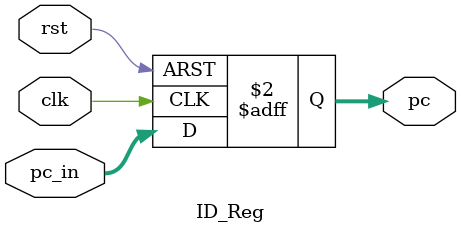
<source format=v>
module ID_Reg (
    clk,
    rst,
    pc_in,
    pc
);

    input clk, rst;
    input [31:0] pc_in;
    output reg [31:0] pc;

    always @(posedge clk, posedge rst) begin
        if (rst)
            pc <= 32'd0;
        else
            pc <= pc_in;
    end

endmodule
</source>
